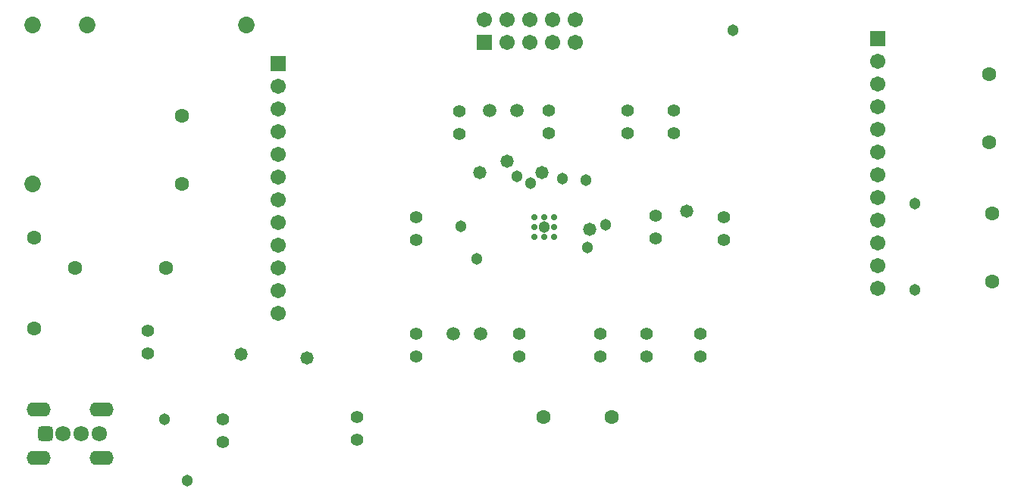
<source format=gbs>
%FSLAX44Y44*%
%MOMM*%
G71*
G01*
G75*
G04 Layer_Color=16711935*
%ADD10R,2.4000X3.3000*%
%ADD11R,1.3000X0.5500*%
%ADD12O,0.7500X0.3000*%
%ADD13O,0.3000X0.7500*%
%ADD14R,3.6000X3.6000*%
%ADD15C,0.6530*%
%ADD16C,0.3000*%
%ADD17C,0.2540*%
%ADD18C,1.3000*%
%ADD19C,1.4000*%
%ADD20R,1.5000X1.5000*%
%ADD21C,1.5000*%
%ADD22R,1.5000X1.5000*%
%ADD23C,1.2000*%
%ADD24O,2.5000X1.4000*%
G04:AMPARAMS|DCode=25|XSize=1.52mm|YSize=1.52mm|CornerRadius=0.38mm|HoleSize=0mm|Usage=FLASHONLY|Rotation=270.000|XOffset=0mm|YOffset=0mm|HoleType=Round|Shape=RoundedRectangle|*
%AMROUNDEDRECTD25*
21,1,1.5200,0.7600,0,0,270.0*
21,1,0.7600,1.5200,0,0,270.0*
1,1,0.7600,-0.3800,-0.3800*
1,1,0.7600,-0.3800,0.3800*
1,1,0.7600,0.3800,0.3800*
1,1,0.7600,0.3800,-0.3800*
%
%ADD25ROUNDEDRECTD25*%
%ADD26C,1.5200*%
%ADD27C,1.6500*%
%ADD28C,1.1000*%
%ADD29C,1.2700*%
%ADD30C,0.5000*%
%ADD31C,1.0160*%
%ADD32C,1.7160*%
%ADD33C,1.8660*%
%ADD34C,1.9160*%
%ADD35C,1.7160*%
%ADD36O,2.5160X1.7660*%
%ADD37C,2.0160*%
%ADD38C,0.2000*%
%ADD39C,0.2500*%
%ADD40C,0.2032*%
%ADD41R,2.6032X3.5032*%
%ADD42R,1.5032X0.7532*%
%ADD43O,0.9532X0.5032*%
%ADD44O,0.5032X0.9532*%
%ADD45R,3.8032X3.8032*%
%ADD46C,1.5032*%
%ADD47C,1.6032*%
%ADD48R,1.7032X1.7032*%
%ADD49C,1.7032*%
%ADD50R,1.7032X1.7032*%
%ADD51C,1.4032*%
%ADD52O,2.7032X1.6032*%
G04:AMPARAMS|DCode=53|XSize=1.7232mm|YSize=1.7232mm|CornerRadius=0.4816mm|HoleSize=0mm|Usage=FLASHONLY|Rotation=270.000|XOffset=0mm|YOffset=0mm|HoleType=Round|Shape=RoundedRectangle|*
%AMROUNDEDRECTD53*
21,1,1.7232,0.7600,0,0,270.0*
21,1,0.7600,1.7232,0,0,270.0*
1,1,0.9632,-0.3800,-0.3800*
1,1,0.9632,-0.3800,0.3800*
1,1,0.9632,0.3800,0.3800*
1,1,0.9632,0.3800,-0.3800*
%
%ADD53ROUNDEDRECTD53*%
%ADD54C,1.7232*%
%ADD55C,1.8532*%
%ADD56C,1.3032*%
%ADD57C,1.4732*%
%ADD58C,0.7032*%
D46*
X1094480Y1223010D02*
D03*
X1125480D02*
D03*
X1084840Y972820D02*
D03*
X1053840D02*
D03*
D47*
X1230630Y880110D02*
D03*
X1154430D02*
D03*
X1656080Y1107440D02*
D03*
Y1031240D02*
D03*
X1652270Y1263650D02*
D03*
Y1187450D02*
D03*
X750570Y1140460D02*
D03*
Y1216660D02*
D03*
X732790Y1046480D02*
D03*
X631190D02*
D03*
X585470Y1080770D02*
D03*
Y979170D02*
D03*
D48*
X1527810Y1303020D02*
D03*
X858520Y1275080D02*
D03*
D49*
X1527810Y1277620D02*
D03*
Y1252220D02*
D03*
Y1226820D02*
D03*
Y1201420D02*
D03*
Y1176020D02*
D03*
Y1150620D02*
D03*
Y1125220D02*
D03*
Y1099820D02*
D03*
Y1074420D02*
D03*
Y1049020D02*
D03*
Y1023620D02*
D03*
X858520Y1249680D02*
D03*
Y1224280D02*
D03*
Y1198880D02*
D03*
Y1173480D02*
D03*
Y1148080D02*
D03*
Y1122680D02*
D03*
Y1097280D02*
D03*
Y1071880D02*
D03*
Y1046480D02*
D03*
Y1021080D02*
D03*
Y995680D02*
D03*
X1088390Y1324610D02*
D03*
X1113790Y1299210D02*
D03*
Y1324610D02*
D03*
X1139190Y1299210D02*
D03*
Y1324610D02*
D03*
X1164590Y1299210D02*
D03*
Y1324610D02*
D03*
X1189990Y1299210D02*
D03*
Y1324610D02*
D03*
D50*
X1088390Y1299210D02*
D03*
D51*
X1270000Y947420D02*
D03*
Y972820D02*
D03*
X1300480Y1197610D02*
D03*
Y1223010D02*
D03*
X1217930Y947420D02*
D03*
Y972820D02*
D03*
X1248410Y1197610D02*
D03*
Y1223010D02*
D03*
X1012190Y1103630D02*
D03*
Y1078230D02*
D03*
X1356360Y1103630D02*
D03*
Y1078230D02*
D03*
X1280160Y1104900D02*
D03*
Y1079500D02*
D03*
X946150Y854710D02*
D03*
Y880110D02*
D03*
X1012190Y972820D02*
D03*
Y947420D02*
D03*
X1127760Y972820D02*
D03*
Y947420D02*
D03*
X1060450Y1221740D02*
D03*
Y1196340D02*
D03*
X1160780Y1223010D02*
D03*
Y1197610D02*
D03*
X1329690Y947420D02*
D03*
Y972820D02*
D03*
X796290Y877570D02*
D03*
Y852170D02*
D03*
X712470Y976630D02*
D03*
Y951230D02*
D03*
D52*
X661000Y888410D02*
D03*
Y833710D02*
D03*
X591000D02*
D03*
Y888410D02*
D03*
D53*
X598300Y861060D02*
D03*
D54*
X618300D02*
D03*
X638300D02*
D03*
X658300D02*
D03*
D55*
X584200Y1318260D02*
D03*
Y1140460D02*
D03*
X645160Y1318260D02*
D03*
X822960D02*
D03*
D56*
X1080317Y1056792D02*
D03*
X1062482Y1092962D02*
D03*
X1155700Y1092200D02*
D03*
X1569720Y1118870D02*
D03*
Y1022350D02*
D03*
X731520Y877570D02*
D03*
X1366012Y1312418D02*
D03*
X1202182Y1144524D02*
D03*
X756920Y808990D02*
D03*
X1176020Y1146810D02*
D03*
X1125220Y1149350D02*
D03*
X1140460Y1141730D02*
D03*
X1203960Y1069086D02*
D03*
X1224280Y1094740D02*
D03*
D57*
X1083310Y1153160D02*
D03*
X1153160D02*
D03*
X1113790Y1165860D02*
D03*
X1206500Y1089450D02*
D03*
X1314450Y1109980D02*
D03*
X816610Y949960D02*
D03*
X890270Y946150D02*
D03*
D58*
X1144700Y1103200D02*
D03*
X1155700D02*
D03*
X1166700D02*
D03*
X1144700Y1092200D02*
D03*
X1155700D02*
D03*
X1166700D02*
D03*
X1144700Y1081200D02*
D03*
X1155700D02*
D03*
X1166700D02*
D03*
M02*

</source>
